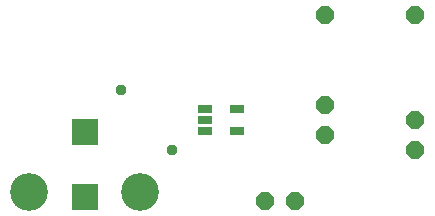
<source format=gts>
G75*
%MOIN*%
%OFA0B0*%
%FSLAX25Y25*%
%IPPOS*%
%LPD*%
%AMOC8*
5,1,8,0,0,1.08239X$1,22.5*
%
%ADD10OC8,0.06000*%
%ADD11R,0.05131X0.03162*%
%ADD12R,0.09068X0.09068*%
%ADD13C,0.12611*%
%ADD14C,0.03778*%
D10*
X0092000Y0035000D03*
X0102000Y0035000D03*
X0112000Y0057000D03*
X0112000Y0067000D03*
X0142000Y0062000D03*
X0142000Y0052000D03*
X0142000Y0097000D03*
X0112000Y0097000D03*
D11*
X0082630Y0065740D03*
X0082630Y0058260D03*
X0072000Y0058260D03*
X0072000Y0062000D03*
X0072000Y0065740D03*
D12*
X0032000Y0036173D03*
X0032000Y0057827D03*
D13*
X0013496Y0037984D03*
X0050504Y0037984D03*
D14*
X0061000Y0052000D03*
X0044000Y0072000D03*
M02*

</source>
